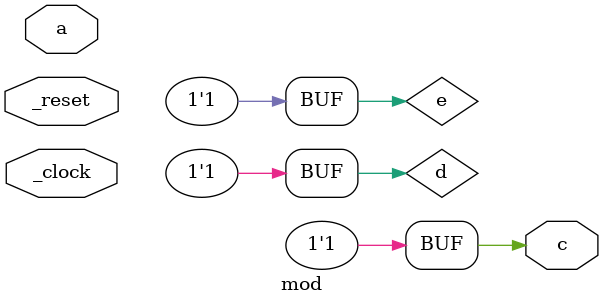
<source format=v>
module mod(_clock,_reset,a,c);
	input _clock;
	input _reset;
	input [1:0] a;
	output c;
	wire d; 
	wire e;
	assign d = 1;
	assign e = 3'b101;
	assign c = a<d & d>e & 8==d | 2'b10 <= 0 ^ a !=d | 1>=0;
	endmodule

</source>
